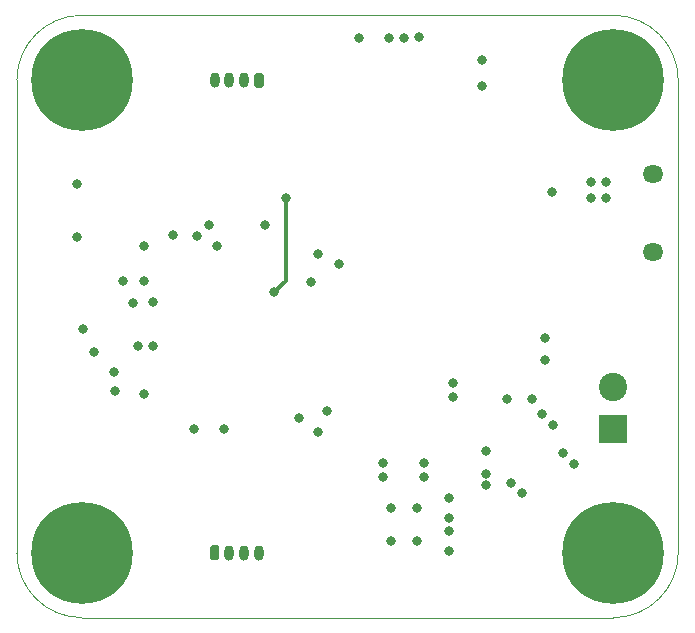
<source format=gbr>
%TF.GenerationSoftware,KiCad,Pcbnew,5.1.10-88a1d61d58~90~ubuntu21.04.1*%
%TF.CreationDate,2021-07-25T10:33:28+05:30*%
%TF.ProjectId,_autosave-STM tinker,5f617574-6f73-4617-9665-2d53544d2074,rev?*%
%TF.SameCoordinates,Original*%
%TF.FileFunction,Copper,L4,Bot*%
%TF.FilePolarity,Positive*%
%FSLAX46Y46*%
G04 Gerber Fmt 4.6, Leading zero omitted, Abs format (unit mm)*
G04 Created by KiCad (PCBNEW 5.1.10-88a1d61d58~90~ubuntu21.04.1) date 2021-07-25 10:33:28*
%MOMM*%
%LPD*%
G01*
G04 APERTURE LIST*
%TA.AperFunction,Profile*%
%ADD10C,0.050000*%
%TD*%
%TA.AperFunction,ComponentPad*%
%ADD11C,8.600000*%
%TD*%
%TA.AperFunction,ComponentPad*%
%ADD12C,0.900000*%
%TD*%
%TA.AperFunction,ComponentPad*%
%ADD13R,2.400000X2.400000*%
%TD*%
%TA.AperFunction,ComponentPad*%
%ADD14C,2.400000*%
%TD*%
%TA.AperFunction,ComponentPad*%
%ADD15O,0.800000X1.300000*%
%TD*%
%TA.AperFunction,ComponentPad*%
%ADD16O,1.750000X1.500000*%
%TD*%
%TA.AperFunction,ViaPad*%
%ADD17C,0.800000*%
%TD*%
%TA.AperFunction,Conductor*%
%ADD18C,0.300000*%
%TD*%
G04 APERTURE END LIST*
D10*
X30750000Y-41000000D02*
G75*
G02*
X36250000Y-35500000I5500000J0D01*
G01*
X36250000Y-86500000D02*
G75*
G02*
X30750000Y-81000000I0J5500000D01*
G01*
X86750000Y-81000000D02*
G75*
G02*
X81250000Y-86500000I-5500000J0D01*
G01*
X81250000Y-35500000D02*
G75*
G02*
X86750000Y-41000000I0J-5500000D01*
G01*
X30750000Y-81000000D02*
X30750000Y-41000000D01*
X81250000Y-86500000D02*
X36250000Y-86500000D01*
X86750000Y-41000000D02*
X86750000Y-81000000D01*
X36250000Y-35500000D02*
X81250000Y-35500000D01*
D11*
%TO.P,H1,1*%
%TO.N,GND*%
X81250000Y-41000000D03*
D12*
X84475000Y-41000000D03*
X83530419Y-43280419D03*
X81250000Y-44225000D03*
X78969581Y-43280419D03*
X78025000Y-41000000D03*
X78969581Y-38719581D03*
X81250000Y-37775000D03*
X83530419Y-38719581D03*
%TD*%
%TO.P,H2,1*%
%TO.N,GND*%
X83530419Y-78719581D03*
X81250000Y-77775000D03*
X78969581Y-78719581D03*
X78025000Y-81000000D03*
X78969581Y-83280419D03*
X81250000Y-84225000D03*
X83530419Y-83280419D03*
X84475000Y-81000000D03*
D11*
X81250000Y-81000000D03*
%TD*%
%TO.P,H3,1*%
%TO.N,GND*%
X36250000Y-81000000D03*
D12*
X39475000Y-81000000D03*
X38530419Y-83280419D03*
X36250000Y-84225000D03*
X33969581Y-83280419D03*
X33025000Y-81000000D03*
X33969581Y-78719581D03*
X36250000Y-77775000D03*
X38530419Y-78719581D03*
%TD*%
%TO.P,H4,1*%
%TO.N,GND*%
X38530419Y-38719581D03*
X36250000Y-37775000D03*
X33969581Y-38719581D03*
X33025000Y-41000000D03*
X33969581Y-43280419D03*
X36250000Y-44225000D03*
X38530419Y-43280419D03*
X39475000Y-41000000D03*
D11*
X36250000Y-41000000D03*
%TD*%
D13*
%TO.P,J1,1*%
%TO.N,+12V*%
X81250000Y-70500000D03*
D14*
%TO.P,J1,2*%
%TO.N,GND*%
X81250000Y-67000000D03*
%TD*%
D15*
%TO.P,J3,4*%
%TO.N,GND*%
X47500000Y-41000000D03*
%TO.P,J3,3*%
%TO.N,I2C1_SDA*%
X48750000Y-41000000D03*
%TO.P,J3,2*%
%TO.N,I2C1_SCL*%
X50000000Y-41000000D03*
%TO.P,J3,1*%
%TO.N,+3V3*%
%TA.AperFunction,ComponentPad*%
G36*
G01*
X51650000Y-40550000D02*
X51650000Y-41450000D01*
G75*
G02*
X51450000Y-41650000I-200000J0D01*
G01*
X51050000Y-41650000D01*
G75*
G02*
X50850000Y-41450000I0J200000D01*
G01*
X50850000Y-40550000D01*
G75*
G02*
X51050000Y-40350000I200000J0D01*
G01*
X51450000Y-40350000D01*
G75*
G02*
X51650000Y-40550000I0J-200000D01*
G01*
G37*
%TD.AperFunction*%
%TD*%
%TO.P,J4,1*%
%TO.N,+3V3*%
%TA.AperFunction,ComponentPad*%
G36*
G01*
X47100000Y-81450000D02*
X47100000Y-80550000D01*
G75*
G02*
X47300000Y-80350000I200000J0D01*
G01*
X47700000Y-80350000D01*
G75*
G02*
X47900000Y-80550000I0J-200000D01*
G01*
X47900000Y-81450000D01*
G75*
G02*
X47700000Y-81650000I-200000J0D01*
G01*
X47300000Y-81650000D01*
G75*
G02*
X47100000Y-81450000I0J200000D01*
G01*
G37*
%TD.AperFunction*%
%TO.P,J4,2*%
%TO.N,USART3_TX*%
X48750000Y-81000000D03*
%TO.P,J4,3*%
%TO.N,USART3_RX*%
X50000000Y-81000000D03*
%TO.P,J4,4*%
%TO.N,GND*%
X51250000Y-81000000D03*
%TD*%
D16*
%TO.P,J5,6*%
%TO.N,Net-(J5-Pad6)*%
X84575000Y-55550000D03*
X84575000Y-48950000D03*
%TD*%
D17*
%TO.N,GND*%
X41550000Y-55000000D03*
X35875000Y-54250000D03*
X47725000Y-55000000D03*
X39750000Y-58000000D03*
X37275000Y-64000000D03*
X41000000Y-63525000D03*
X42250000Y-63525000D03*
X41500000Y-67575000D03*
X45775000Y-70500000D03*
X56225000Y-70750000D03*
X56975000Y-69000000D03*
X56250000Y-55750000D03*
X58050000Y-56575000D03*
X70125000Y-41450000D03*
X80600000Y-50950000D03*
X79350000Y-50950000D03*
X79350000Y-49650000D03*
X80600000Y-49650000D03*
X67700000Y-66675000D03*
X67700000Y-67850000D03*
X72225000Y-68025000D03*
X74375000Y-68000000D03*
X75450000Y-62850000D03*
X75450000Y-64650000D03*
X77000000Y-72600000D03*
X77925000Y-73500000D03*
X76175000Y-70175000D03*
X75250000Y-69275000D03*
X67375000Y-76375000D03*
X67375000Y-78075000D03*
X67375000Y-79175000D03*
X67375000Y-80875000D03*
X70500000Y-74300000D03*
X70500000Y-75300000D03*
X70500000Y-72400000D03*
X41475000Y-58025000D03*
X40625000Y-59900000D03*
X36375000Y-62100000D03*
X76025000Y-50425000D03*
X63500000Y-37400000D03*
X62250000Y-37400000D03*
X59700000Y-37400000D03*
%TO.N,+3V3*%
X51725000Y-53250000D03*
X47025000Y-53250000D03*
X44000000Y-54075000D03*
X35875000Y-49750000D03*
X70100000Y-39250000D03*
X54675000Y-69600000D03*
X48250000Y-70500000D03*
X39000000Y-65725000D03*
X39025000Y-67275000D03*
X42250000Y-59750000D03*
X46000000Y-54225000D03*
X61775000Y-74575000D03*
X61775000Y-73375000D03*
X65200000Y-73375000D03*
X65200000Y-74575000D03*
X62425000Y-77250000D03*
X64600000Y-77250000D03*
X62425000Y-80000000D03*
X64600000Y-80000000D03*
X72550000Y-75075000D03*
X73500000Y-75975000D03*
X55650000Y-58050000D03*
X64800000Y-37350000D03*
%TO.N,NRST*%
X52550000Y-58950000D03*
X53500000Y-51000000D03*
%TD*%
D18*
%TO.N,NRST*%
X52550000Y-58950000D02*
X53500000Y-58000000D01*
X53500000Y-58000000D02*
X53500000Y-51000000D01*
%TD*%
M02*

</source>
